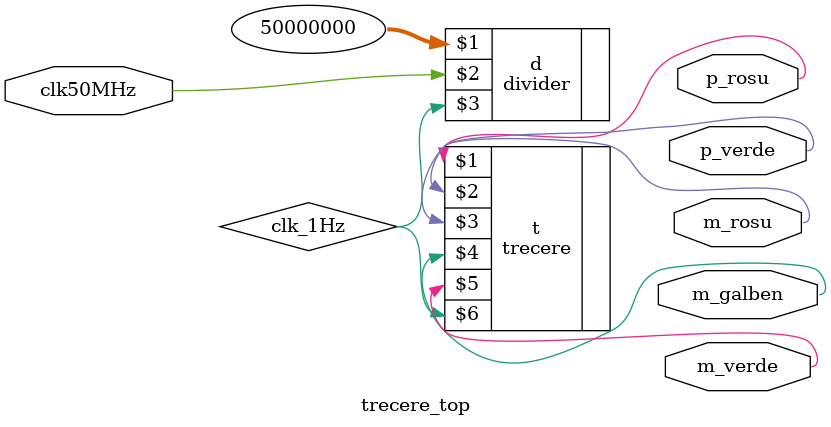
<source format=v>
`timescale 1ns / 1ps
module trecere_top(
    output p_rosu,          // red for pedestrians
    output p_verde,         // green for pedestrians
    output m_rosu,          // red for cars
    output m_galben,        // yellow for cars
    output m_verde,         // green for cars
    input clk50MHz);        // clock input

// divide input clock
divider d(50_000_000, clk50MHz, clk_1Hz);
trecere t(p_rosu, p_verde, m_rosu, m_galben, m_verde, clk_1Hz);

endmodule

</source>
